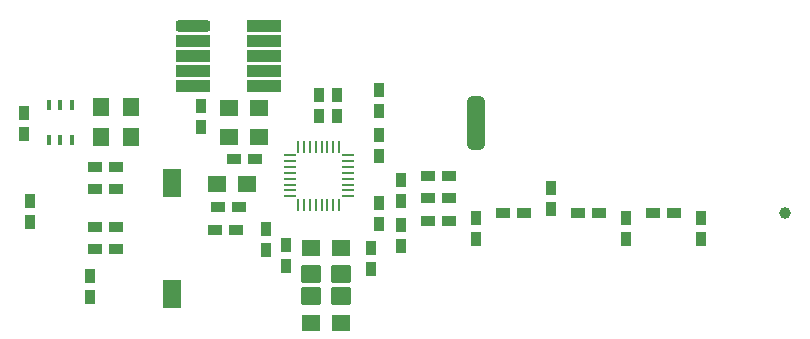
<source format=gtp>
G04 Layer_Color=8421504*
%FSLAX25Y25*%
%MOIN*%
G70*
G01*
G75*
%ADD10R,0.03200X0.04500*%
%ADD11R,0.04500X0.03200*%
%ADD12R,0.01575X0.03543*%
%ADD13R,0.05500X0.06300*%
%ADD14R,0.06300X0.05500*%
G04:AMPARAMS|DCode=15|XSize=66.93mil|YSize=57.09mil|CornerRadius=4.28mil|HoleSize=0mil|Usage=FLASHONLY|Rotation=0.000|XOffset=0mil|YOffset=0mil|HoleType=Round|Shape=RoundedRectangle|*
%AMROUNDEDRECTD15*
21,1,0.06693,0.04852,0,0,0.0*
21,1,0.05837,0.05709,0,0,0.0*
1,1,0.00856,0.02918,-0.02426*
1,1,0.00856,-0.02918,-0.02426*
1,1,0.00856,-0.02918,0.02426*
1,1,0.00856,0.02918,0.02426*
%
%ADD15ROUNDEDRECTD15*%
%ADD16R,0.06299X0.09409*%
G04:AMPARAMS|DCode=17|XSize=114.96mil|YSize=37.4mil|CornerRadius=0.94mil|HoleSize=0mil|Usage=FLASHONLY|Rotation=0.000|XOffset=0mil|YOffset=0mil|HoleType=Round|Shape=RoundedRectangle|*
%AMROUNDEDRECTD17*
21,1,0.11496,0.03553,0,0,0.0*
21,1,0.11309,0.03740,0,0,0.0*
1,1,0.00187,0.05655,-0.01777*
1,1,0.00187,-0.05655,-0.01777*
1,1,0.00187,-0.05655,0.01777*
1,1,0.00187,0.05655,0.01777*
%
%ADD17ROUNDEDRECTD17*%
G04:AMPARAMS|DCode=18|XSize=114.96mil|YSize=37.4mil|CornerRadius=9.35mil|HoleSize=0mil|Usage=FLASHONLY|Rotation=0.000|XOffset=0mil|YOffset=0mil|HoleType=Round|Shape=RoundedRectangle|*
%AMROUNDEDRECTD18*
21,1,0.11496,0.01870,0,0,0.0*
21,1,0.09626,0.03740,0,0,0.0*
1,1,0.01870,0.04813,-0.00935*
1,1,0.01870,-0.04813,-0.00935*
1,1,0.01870,-0.04813,0.00935*
1,1,0.01870,0.04813,0.00935*
%
%ADD18ROUNDEDRECTD18*%
%ADD19O,0.00984X0.04134*%
%ADD20O,0.04134X0.00984*%
G04:AMPARAMS|DCode=21|XSize=59.06mil|YSize=177.16mil|CornerRadius=14.76mil|HoleSize=0mil|Usage=FLASHONLY|Rotation=0.000|XOffset=0mil|YOffset=0mil|HoleType=Round|Shape=RoundedRectangle|*
%AMROUNDEDRECTD21*
21,1,0.05906,0.14764,0,0,0.0*
21,1,0.02953,0.17716,0,0,0.0*
1,1,0.02953,0.01476,-0.07382*
1,1,0.02953,-0.01476,-0.07382*
1,1,0.02953,-0.01476,0.07382*
1,1,0.02953,0.01476,0.07382*
%
%ADD21ROUNDEDRECTD21*%
%ADD22C,0.03937*%
D10*
X30000Y93500D02*
D03*
Y86500D02*
D03*
X10000Y118500D02*
D03*
Y111500D02*
D03*
X7874Y147988D02*
D03*
Y140988D02*
D03*
X88583Y102406D02*
D03*
Y109406D02*
D03*
X95043Y97106D02*
D03*
Y104106D02*
D03*
X66929Y150209D02*
D03*
Y143209D02*
D03*
X112323Y154091D02*
D03*
Y147091D02*
D03*
X106323Y154091D02*
D03*
Y147091D02*
D03*
X126043Y148606D02*
D03*
Y155606D02*
D03*
Y140606D02*
D03*
Y133606D02*
D03*
Y118106D02*
D03*
Y111106D02*
D03*
X133543Y103606D02*
D03*
Y110606D02*
D03*
Y125606D02*
D03*
Y118606D02*
D03*
X123543Y96106D02*
D03*
Y103106D02*
D03*
X158543Y113106D02*
D03*
Y106106D02*
D03*
X183543Y116106D02*
D03*
Y123106D02*
D03*
X208543Y113106D02*
D03*
Y106106D02*
D03*
X233543D02*
D03*
Y113106D02*
D03*
D11*
X31500Y102500D02*
D03*
X38500D02*
D03*
Y110000D02*
D03*
X31500D02*
D03*
X38500Y122500D02*
D03*
X31500D02*
D03*
Y130000D02*
D03*
X38500D02*
D03*
X77799Y132579D02*
D03*
X84799D02*
D03*
X72543Y116606D02*
D03*
X79543D02*
D03*
X78402Y109153D02*
D03*
X71402D02*
D03*
X149543Y119606D02*
D03*
X142543D02*
D03*
Y127106D02*
D03*
X149543D02*
D03*
X167543Y114606D02*
D03*
X174543D02*
D03*
X192543D02*
D03*
X199543D02*
D03*
X224543D02*
D03*
X217543D02*
D03*
X142543Y112106D02*
D03*
X149543D02*
D03*
D12*
X23917Y150571D02*
D03*
X19980D02*
D03*
X16043D02*
D03*
X23917Y138839D02*
D03*
X19980D02*
D03*
X16043D02*
D03*
D13*
X43602Y150000D02*
D03*
Y140000D02*
D03*
X33602Y150000D02*
D03*
Y140000D02*
D03*
D14*
X76043Y149606D02*
D03*
X86043D02*
D03*
X76043Y140106D02*
D03*
X86043D02*
D03*
X82165Y124409D02*
D03*
X72165D02*
D03*
X113543Y103106D02*
D03*
X103543D02*
D03*
Y78106D02*
D03*
X113543D02*
D03*
D15*
X103622Y94346D02*
D03*
X113465D02*
D03*
Y86866D02*
D03*
X103622D02*
D03*
D16*
X57185Y124784D02*
D03*
Y87815D02*
D03*
D17*
X87933Y157106D02*
D03*
X64153D02*
D03*
X87933Y162106D02*
D03*
X64153D02*
D03*
X87933Y167106D02*
D03*
X64153D02*
D03*
X87933Y172106D02*
D03*
X64153D02*
D03*
X87933Y177106D02*
D03*
D18*
X64153D02*
D03*
D19*
X112933Y117461D02*
D03*
X110965D02*
D03*
X108996D02*
D03*
X107028D02*
D03*
X105059D02*
D03*
X103091D02*
D03*
X101122D02*
D03*
X99154D02*
D03*
Y136752D02*
D03*
X101122D02*
D03*
X103091D02*
D03*
X105059D02*
D03*
X107028D02*
D03*
X108996D02*
D03*
X110965D02*
D03*
X112933D02*
D03*
D20*
X96398Y120217D02*
D03*
Y122185D02*
D03*
Y124153D02*
D03*
Y126122D02*
D03*
Y128091D02*
D03*
Y130059D02*
D03*
Y132028D02*
D03*
Y133996D02*
D03*
X115689D02*
D03*
Y132028D02*
D03*
Y130059D02*
D03*
Y128091D02*
D03*
Y126122D02*
D03*
Y124153D02*
D03*
Y122185D02*
D03*
Y120217D02*
D03*
D21*
X158543Y144606D02*
D03*
D22*
X261417Y114567D02*
D03*
M02*

</source>
